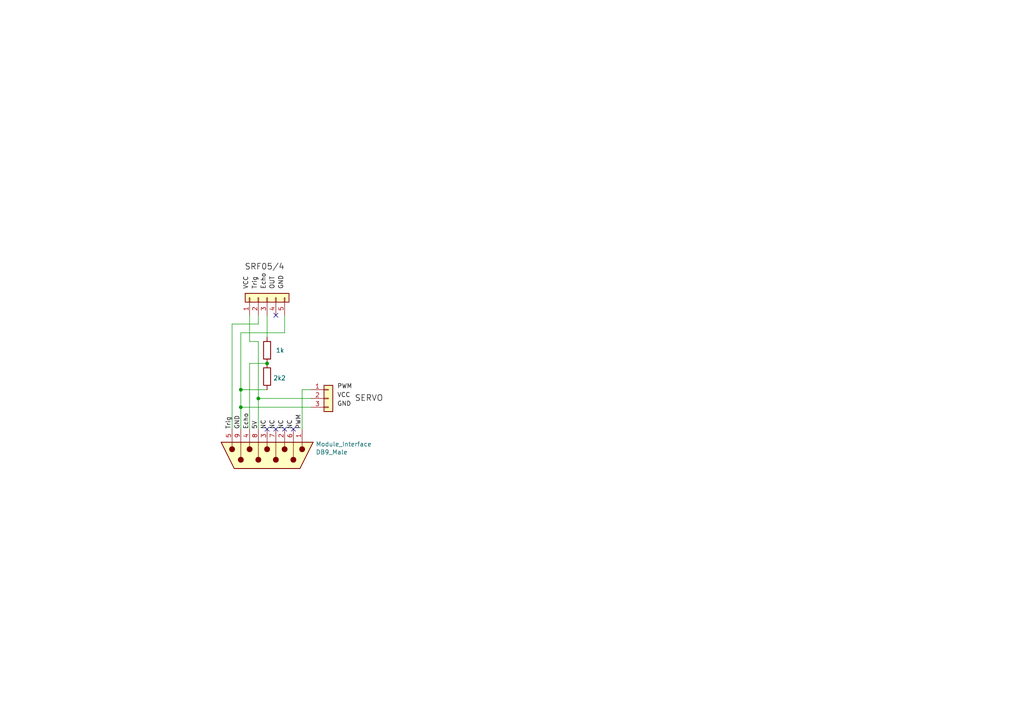
<source format=kicad_sch>
(kicad_sch (version 20211123) (generator eeschema)
  (paper "A4")
  (lib_symbols
    (symbol "Connector:DB9_Male" (pin_names (offset 1.016) hide)
      (property "Reference" "J" (at 0 13.97 0))
      (property "Value" "DB9_Male" (at 0 -14.605 0))
      (symbol "DB9_Male_0_1"
        (circle (center -1.778 -10.16) (radius 0.762) (fill (type outline)))
        (circle (center -1.778 -5.08) (radius 0.762) (fill (type outline)))
        (circle (center -1.778 0) (radius 0.762) (fill (type outline)))
        (circle (center -1.778 5.08) (radius 0.762) (fill (type outline)))
        (circle (center -1.778 10.16) (radius 0.762) (fill (type outline)))
        (polyline (pts (xy -3.81 -10.16) (xy -2.54 -10.16)))
        (polyline (pts (xy -3.81 -7.62) (xy 0.508 -7.62)))
        (polyline (pts (xy -3.81 -5.08) (xy -2.54 -5.08)))
        (polyline (pts (xy -3.81 -2.54) (xy 0.508 -2.54)))
        (polyline (pts (xy -3.81 0) (xy -2.54 0)))
        (polyline (pts (xy -3.81 2.54) (xy 0.508 2.54)))
        (polyline (pts (xy -3.81 5.08) (xy -2.54 5.08)))
        (polyline (pts (xy -3.81 7.62) (xy 0.508 7.62)))
        (polyline (pts (xy -3.81 10.16) (xy -2.54 10.16)))
        (polyline (pts (xy -3.81 -13.335) (xy -3.81 13.335) (xy 3.81 9.525) (xy 3.81 -9.525) (xy -3.81 -13.335)) (stroke (width 0.254)) (fill (type background)))
        (circle (center 1.27 -7.62) (radius 0.762) (fill (type outline)))
        (circle (center 1.27 -2.54) (radius 0.762) (fill (type outline)))
        (circle (center 1.27 2.54) (radius 0.762) (fill (type outline)))
        (circle (center 1.27 7.62) (radius 0.762) (fill (type outline)))
      )
      (symbol "DB9_Male_1_1"
        (pin passive line (at -7.62 -10.16 0) (length 3.81) (name "1") (number "1"))
        (pin passive line (at -7.62 -5.08 0) (length 3.81) (name "2") (number "2"))
        (pin passive line (at -7.62 0 0) (length 3.81) (name "3") (number "3"))
        (pin passive line (at -7.62 5.08 0) (length 3.81) (name "4") (number "4"))
        (pin passive line (at -7.62 10.16 0) (length 3.81) (name "5") (number "5"))
        (pin passive line (at -7.62 -7.62 0) (length 3.81) (name "6") (number "6"))
        (pin passive line (at -7.62 -2.54 0) (length 3.81) (name "7") (number "7"))
        (pin passive line (at -7.62 2.54 0) (length 3.81) (name "8") (number "8"))
        (pin passive line (at -7.62 7.62 0) (length 3.81) (name "9") (number "9"))
      )
    )
    (symbol "Connector_Generic:Conn_01x03" (pin_names (offset 1.016) hide)
      (property "Reference" "J" (at 0 5.08 0))
      (property "Value" "Conn_01x03" (at 0 -5.08 0))
      (symbol "Conn_01x03_1_1"
        (rectangle (start -1.27 -2.413) (end 0 -2.667) (stroke (width 0.1524)))
        (rectangle (start -1.27 0.127) (end 0 -0.127) (stroke (width 0.1524)))
        (rectangle (start -1.27 2.667) (end 0 2.413) (stroke (width 0.1524)))
        (rectangle (start -1.27 3.81) (end 1.27 -3.81) (stroke (width 0.254)) (fill (type background)))
        (pin passive line (at -5.08 2.54 0) (length 3.81) (name "Pin_1") (number "1"))
        (pin passive line (at -5.08 0 0) (length 3.81) (name "Pin_2") (number "2"))
        (pin passive line (at -5.08 -2.54 0) (length 3.81) (name "Pin_3") (number "3"))
      )
    )
    (symbol "Connector_Generic:Conn_01x05" (pin_names (offset 1.016) hide)
      (property "Reference" "J" (at 0 7.62 0))
      (property "Value" "Conn_01x05" (at 0 -7.62 0))
      (symbol "Conn_01x05_1_1"
        (rectangle (start -1.27 -4.953) (end 0 -5.207) (stroke (width 0.1524)))
        (rectangle (start -1.27 -2.413) (end 0 -2.667) (stroke (width 0.1524)))
        (rectangle (start -1.27 0.127) (end 0 -0.127) (stroke (width 0.1524)))
        (rectangle (start -1.27 2.667) (end 0 2.413) (stroke (width 0.1524)))
        (rectangle (start -1.27 5.207) (end 0 4.953) (stroke (width 0.1524)))
        (rectangle (start -1.27 6.35) (end 1.27 -6.35) (stroke (width 0.254)) (fill (type background)))
        (pin passive line (at -5.08 5.08 0) (length 3.81) (name "Pin_1") (number "1"))
        (pin passive line (at -5.08 2.54 0) (length 3.81) (name "Pin_2") (number "2"))
        (pin passive line (at -5.08 0 0) (length 3.81) (name "Pin_3") (number "3"))
        (pin passive line (at -5.08 -2.54 0) (length 3.81) (name "Pin_4") (number "4"))
        (pin passive line (at -5.08 -5.08 0) (length 3.81) (name "Pin_5") (number "5"))
      )
    )
    (symbol "Device:R" (pin_numbers hide) (pin_names (offset 0))
      (property "Reference" "R" (at 2.032 0 90))
      (property "Value" "R" (at 0 0 90))
      (symbol "R_0_1"
        (rectangle (start -1.016 -2.54) (end 1.016 2.54) (stroke (width 0.254)))
      )
      (symbol "R_1_1"
        (pin passive line (at 0 3.81 270) (length 1.27) (name "~") (number "1"))
        (pin passive line (at 0 -3.81 90) (length 1.27) (name "~") (number "2"))
      )
    )
  )
  (junction (at 69.85 118.11))
  (junction (at 69.85 113.03))
  (junction (at 77.47 105.41))
  (junction (at 74.93 115.57))
  (no_connect (at 80.01 124.46))
  (no_connect (at 85.09 124.46))
  (no_connect (at 82.55 124.46))
  (no_connect (at 77.47 124.46))
  (no_connect (at 80.01 91.44))
  (wire (pts (xy 69.85 118.11) (xy 90.17 118.11)))
  (wire (pts (xy 69.85 96.52) (xy 82.55 96.52)))
  (wire (pts (xy 74.93 115.57) (xy 90.17 115.57)))
  (wire (pts (xy 72.39 91.44) (xy 72.39 99.06)))
  (wire (pts (xy 74.93 115.57) (xy 74.93 124.46)))
  (wire (pts (xy 74.93 91.44) (xy 74.93 93.98)))
  (wire (pts (xy 69.85 113.03) (xy 69.85 96.52)))
  (wire (pts (xy 77.47 91.44) (xy 77.47 97.79)))
  (wire (pts (xy 67.31 93.98) (xy 67.31 124.46)))
  (wire (pts (xy 90.17 113.03) (xy 87.63 113.03)))
  (wire (pts (xy 72.39 105.41) (xy 72.39 124.46)))
  (wire (pts (xy 87.63 113.03) (xy 87.63 124.46)))
  (wire (pts (xy 74.93 99.06) (xy 74.93 115.57)))
  (wire (pts (xy 69.85 113.03) (xy 69.85 118.11)))
  (wire (pts (xy 69.85 118.11) (xy 69.85 124.46)))
  (wire (pts (xy 82.55 96.52) (xy 82.55 91.44)))
  (wire (pts (xy 74.93 93.98) (xy 67.31 93.98)))
  (wire (pts (xy 77.47 105.41) (xy 72.39 105.41)))
  (wire (pts (xy 69.85 113.03) (xy 77.47 113.03)))
  (wire (pts (xy 72.39 99.06) (xy 74.93 99.06)))
  (label "Trig" (at 67.31 124.46 90))
  (label "GND" (at 82.55 83.82 90))
  (label "NC" (at 85.09 124.46 90))
  (label "PWM" (at 87.63 124.46 90))
  (label "Trig" (at 74.93 83.82 90))
  (label "GND" (at 69.85 124.46 90))
  (label "OUT" (at 80.01 83.82 90))
  (label "VCC" (at 97.79 115.57 0))
  (label "SRF05{slash}4" (at 82.55 78.74 180) (effects (font (size 1.7 1.7))))
  (label "VCC" (at 72.39 83.82 90))
  (label "Echo" (at 72.39 124.46 90))
  (label "SERVO" (at 102.87 116.84 0) (effects (font (size 1.7 1.7))))
  (label "5V" (at 74.93 124.46 90))
  (label "GND" (at 97.79 118.11 0))
  (label "Echo" (at 77.47 83.82 90))
  (label "NC" (at 80.01 124.46 90))
  (label "NC" (at 77.47 124.46 90))
  (label "NC" (at 82.55 124.46 90))
  (label "PWM" (at 97.79 113.03 0))
  (symbol (lib_id "Connector:DB9_Male") (at 77.47 132.08 90) (mirror x) (unit 1)
    (property "Reference" "Module_Interface" (at 91.567 128.8288 90) (effects (justify right)))
    (property "Value" "DB9_Male" (at 91.567 131.1402 90) (effects (justify right)))
    (property "Datasheet" " ~" (effects hide))
  )
  (symbol (lib_id "Connector_Generic:Conn_01x03") (at 95.25 115.57 0) (unit 1)
    (property "Reference" "J?" (effects hide))
    (property "Value" "Conn_01x03" (effects hide))
  )
  (symbol (lib_id "Connector_Generic:Conn_01x05") (at 77.47 86.36 90) (unit 1)
    (property "Reference" "J?" (effects hide))
    (property "Value" "Conn_01x05" (effects hide))
  )
  (symbol (lib_id "Device:R") (at 77.47 109.22 180) (unit 1)
    (property "Reference" "R?" (effects hide))
    (property "Value" "2k2" (at 79.248 109.6538 0) (effects (justify right)))
  )
  (symbol (lib_id "Device:R") (at 77.47 101.6 180) (unit 1)
    (property "Reference" "R?" (effects hide))
    (property "Value" "1k" (at 80.01 101.6 0) (effects (justify right)))
  )
)
</source>
